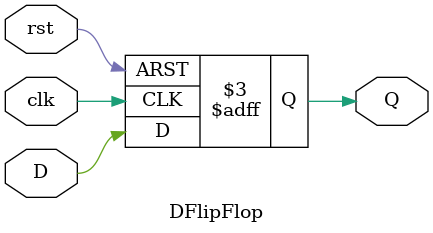
<source format=v>
module DFlipFlop(D, rst, clk, Q);
input D, rst, clk;
output reg Q;

always@(negedge rst or posedge clk)
begin
if(!rst)
	Q <= 0;
else
	Q <= D;
end

endmodule

</source>
